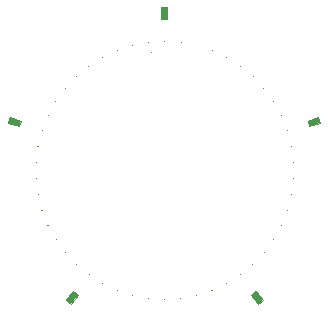
<source format=gbr>
%TF.GenerationSoftware,KiCad,Pcbnew,7.0.8*%
%TF.CreationDate,2023-10-16T01:10:26-04:00*%
%TF.ProjectId,watch,77617463-682e-46b6-9963-61645f706362,rev?*%
%TF.SameCoordinates,Original*%
%TF.FileFunction,Legend,Top*%
%TF.FilePolarity,Positive*%
%FSLAX45Y45*%
G04 Gerber Fmt 4.5, Leading zero omitted, Abs format (unit mm)*
G04 Created by KiCad (PCBNEW 7.0.8) date 2023-10-16 01:10:26*
%MOMM*%
%LPD*%
G01*
G04 APERTURE LIST*
%ADD10C,0.100000*%
G04 APERTURE END LIST*
D10*
%TO.C,D51*%
X-104000Y1000000D02*
G75*
G03*
X-104000Y1000000I-5000J0D01*
G01*
%TO.C,D31*%
X774942Y-1024083D02*
X831369Y-1101749D01*
X831369Y-1101749D02*
X790918Y-1131138D01*
X790918Y-1131138D02*
X734491Y-1053473D01*
X734491Y-1053473D02*
X774942Y-1024083D01*
G36*
X774942Y-1024083D02*
G01*
X831369Y-1101749D01*
X790918Y-1131138D01*
X734491Y-1053473D01*
X774942Y-1024083D01*
G37*
X646274Y-882637D02*
G75*
G03*
X646274Y-882637I-5000J0D01*
G01*
%TO.C,D43*%
X926162Y584587D02*
G75*
G03*
X926162Y584587I-5000J0D01*
G01*
%TO.C,D42*%
X992166Y464525D02*
G75*
G03*
X992166Y464525I-5000J0D01*
G01*
%TO.C,D39*%
X1093847Y68504D02*
G75*
G03*
X1093847Y68504I-5000J0D01*
G01*
%TO.C,D26*%
X5000Y-1091000D02*
G75*
G03*
X5000Y-1091000I-5000J0D01*
G01*
%TO.C,D49*%
X276321Y1056724D02*
G75*
G03*
X276321Y1056724I-5000J0D01*
G01*
%TO.C,D23*%
X-396624Y-1014386D02*
G75*
G03*
X-396624Y-1014386I-5000J0D01*
G01*
%TO.C,D14*%
X-1083847Y-68504D02*
G75*
G03*
X-1083847Y-68504I-5000J0D01*
G01*
%TO.C,D3*%
X-266321Y1056724D02*
G75*
G03*
X-266321Y1056724I-5000J0D01*
G01*
%TO.C,D11*%
X-1228882Y373001D02*
X-1320183Y402667D01*
X-1320183Y402667D02*
X-1304733Y450220D01*
X-1304733Y450220D02*
X-1213431Y420554D01*
X-1213431Y420554D02*
X-1228882Y373001D01*
G36*
X-1228882Y373001D02*
G01*
X-1320183Y402667D01*
X-1304733Y450220D01*
X-1213431Y420554D01*
X-1228882Y373001D01*
G37*
X-1032603Y337138D02*
G75*
G03*
X-1032603Y337138I-5000J0D01*
G01*
%TO.C,D22*%
X-520593Y-956051D02*
G75*
G03*
X-520593Y-956051I-5000J0D01*
G01*
%TO.C,D41*%
X1213431Y420554D02*
X1304733Y450220D01*
X1304733Y450220D02*
X1320183Y402667D01*
X1320183Y402667D02*
X1228882Y373001D01*
X1228882Y373001D02*
X1213431Y420554D01*
G36*
X1213431Y420554D02*
G01*
X1304733Y450220D01*
X1320183Y402667D01*
X1228882Y373001D01*
X1213431Y420554D01*
G37*
X1042603Y337138D02*
G75*
G03*
X1042603Y337138I-5000J0D01*
G01*
%TO.C,D13*%
X-1083847Y68504D02*
G75*
G03*
X-1083847Y68504I-5000J0D01*
G01*
%TO.C,D50*%
X141739Y1082397D02*
G75*
G03*
X141739Y1082397I-5000J0D01*
G01*
%TO.C,D32*%
X751841Y-795305D02*
G75*
G03*
X751841Y-795305I-5000J0D01*
G01*
%TO.C,D12*%
X-1066675Y204433D02*
G75*
G03*
X-1066675Y204433I-5000J0D01*
G01*
%TO.C,D15*%
X-1066675Y-204433D02*
G75*
G03*
X-1066675Y-204433I-5000J0D01*
G01*
%TO.C,D19*%
X-835630Y-695430D02*
G75*
G03*
X-835630Y-695430I-5000J0D01*
G01*
%TO.C,D27*%
X141739Y-1082397D02*
G75*
G03*
X141739Y-1082397I-5000J0D01*
G01*
%TO.C,D5*%
X-520593Y956051D02*
G75*
G03*
X-520593Y956051I-5000J0D01*
G01*
%TO.C,D18*%
X-916162Y-584587D02*
G75*
G03*
X-916162Y-584587I-5000J0D01*
G01*
%TO.C,D40*%
X1076675Y204433D02*
G75*
G03*
X1076675Y204433I-5000J0D01*
G01*
%TO.C,D44*%
X845630Y695430D02*
G75*
G03*
X845630Y695430I-5000J0D01*
G01*
%TO.C,D33*%
X845630Y-695430D02*
G75*
G03*
X845630Y-695430I-5000J0D01*
G01*
%TO.C,D37*%
X1076675Y-204433D02*
G75*
G03*
X1076675Y-204433I-5000J0D01*
G01*
%TO.C,D8*%
X-835630Y695430D02*
G75*
G03*
X-835630Y695430I-5000J0D01*
G01*
%TO.C,D46*%
X646274Y882637D02*
G75*
G03*
X646274Y882637I-5000J0D01*
G01*
%TO.C,D21*%
X-734491Y-1053473D02*
X-790918Y-1131138D01*
X-790918Y-1131138D02*
X-831369Y-1101749D01*
X-831369Y-1101749D02*
X-774942Y-1024083D01*
X-774942Y-1024083D02*
X-734491Y-1053473D01*
G36*
X-734491Y-1053473D02*
G01*
X-790918Y-1131138D01*
X-831369Y-1101749D01*
X-774942Y-1024083D01*
X-734491Y-1053473D01*
G37*
X-636274Y-882637D02*
G75*
G03*
X-636274Y-882637I-5000J0D01*
G01*
%TO.C,D4*%
X-396624Y1014386D02*
G75*
G03*
X-396624Y1014386I-5000J0D01*
G01*
%TO.C,D20*%
X-741841Y-795305D02*
G75*
G03*
X-741841Y-795305I-5000J0D01*
G01*
%TO.C,D47*%
X530593Y956051D02*
G75*
G03*
X530593Y956051I-5000J0D01*
G01*
%TO.C,D1*%
X-25000Y1284000D02*
X25000Y1284000D01*
X25000Y1284000D02*
X25000Y1380000D01*
X25000Y1380000D02*
X-25000Y1380000D01*
X-25000Y1380000D02*
X-25000Y1284000D01*
G36*
X-25000Y1284000D02*
G01*
X25000Y1284000D01*
X25000Y1380000D01*
X-25000Y1380000D01*
X-25000Y1284000D01*
G37*
X5000Y1091000D02*
G75*
G03*
X5000Y1091000I-5000J0D01*
G01*
%TO.C,D17*%
X-982166Y-464525D02*
G75*
G03*
X-982166Y-464525I-5000J0D01*
G01*
%TO.C,D30*%
X530593Y-956051D02*
G75*
G03*
X530593Y-956051I-5000J0D01*
G01*
%TO.C,D29*%
X406624Y-1014386D02*
G75*
G03*
X406624Y-1014386I-5000J0D01*
G01*
%TO.C,D36*%
X1042603Y-337138D02*
G75*
G03*
X1042603Y-337138I-5000J0D01*
G01*
%TO.C,D34*%
X926162Y-584587D02*
G75*
G03*
X926162Y-584587I-5000J0D01*
G01*
%TO.C,D38*%
X1093847Y-68504D02*
G75*
G03*
X1093847Y-68504I-5000J0D01*
G01*
%TO.C,D16*%
X-1032603Y-337138D02*
G75*
G03*
X-1032603Y-337138I-5000J0D01*
G01*
%TO.C,D25*%
X-131739Y-1082397D02*
G75*
G03*
X-131739Y-1082397I-5000J0D01*
G01*
%TO.C,D10*%
X-982166Y464525D02*
G75*
G03*
X-982166Y464525I-5000J0D01*
G01*
%TO.C,D28*%
X276321Y-1056724D02*
G75*
G03*
X276321Y-1056724I-5000J0D01*
G01*
%TO.C,D9*%
X-916162Y584587D02*
G75*
G03*
X-916162Y584587I-5000J0D01*
G01*
%TO.C,D24*%
X-266321Y-1056724D02*
G75*
G03*
X-266321Y-1056724I-5000J0D01*
G01*
%TO.C,D7*%
X-741841Y795305D02*
G75*
G03*
X-741841Y795305I-5000J0D01*
G01*
%TO.C,D6*%
X-636274Y882637D02*
G75*
G03*
X-636274Y882637I-5000J0D01*
G01*
%TO.C,D48*%
X406624Y1014386D02*
G75*
G03*
X406624Y1014386I-5000J0D01*
G01*
%TO.C,D45*%
X751841Y795305D02*
G75*
G03*
X751841Y795305I-5000J0D01*
G01*
%TO.C,D2*%
X-131739Y1082397D02*
G75*
G03*
X-131739Y1082397I-5000J0D01*
G01*
%TO.C,D35*%
X992166Y-464525D02*
G75*
G03*
X992166Y-464525I-5000J0D01*
G01*
%TD*%
M02*

</source>
